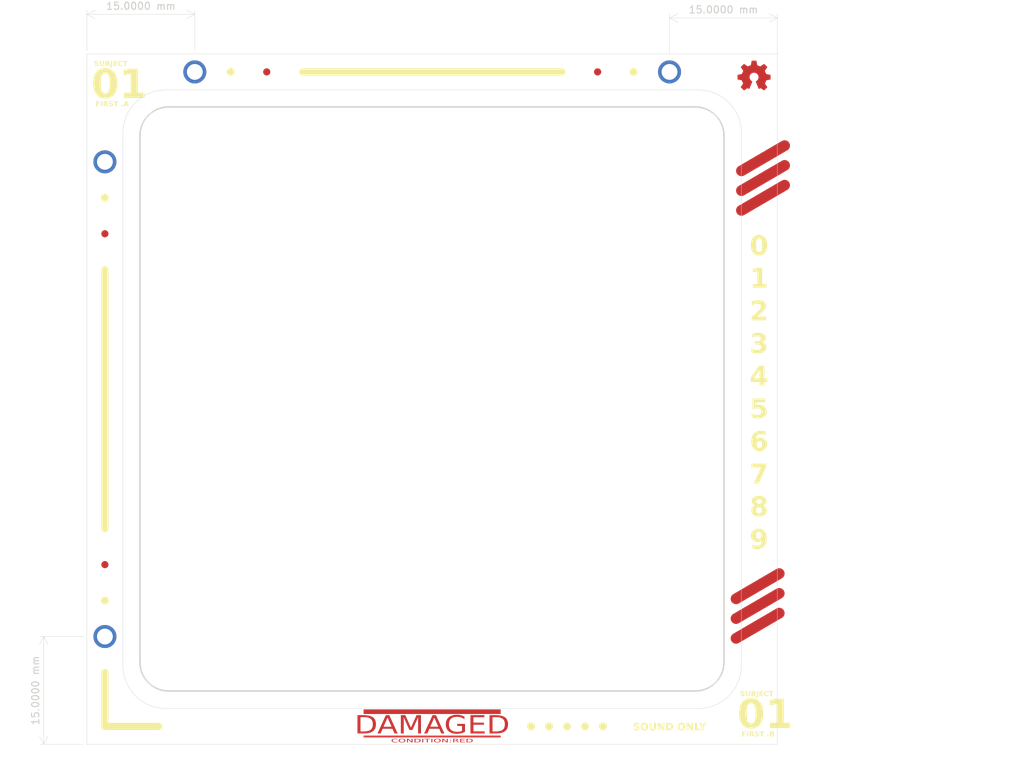
<source format=kicad_pcb>
(kicad_pcb (version 20221018) (generator pcbnew)
  (layers (0 "F.Cu" signal) (31 "B.Cu" signal) (34 "B.Paste" user) (35 "F.Paste" user) (36 "B.SilkS" user "B.Silkscreen") (37 "F.SilkS" user "F.Silkscreen") (38 "B.Mask" user) (39 "F.Mask" user) (44 "Edge.Cuts" user))
  (net 0 "")
  (footprint "Fiducial:Fiducial_1mm_Mask3mm" (layer "F.Cu") (at 39.5 52)
    (fp_text reference "REF**" hide)
    (fp_text value "Fiducial_1mm_Mask3mm" hide)
    (pad "" smd circle (at 0 0) (size 1 1) (layers "F.Cu" "F.Mask") (clearance 1))
  )
  (footprint "Fiducial:Fiducial_1mm_Mask3mm" (layer "F.Cu") (at 39.5 98)
    (fp_text reference "REF**" hide)
    (fp_text value "Fiducial_1mm_Mask3mm" hide)
    (pad "" smd circle (at 0 0) (size 1 1) (layers "F.Cu" "F.Mask") (clearance 1))
  )
  (footprint "custom_footprints:MountingHole_2.2mm_M2_DIN965_Pad" (layer "F.Cu") (at 52 29.5)
    (fp_text reference "REF**" hide)
    (fp_text value "MountingHole_2.2mm_M2_DIN965_Pad" hide)
    (pad "1" thru_hole circle (at 0 0) (size 3.2 3.2) (drill 2.2) (layers "*.Cu" "*.Mask"))
  )
  (footprint "Fiducial:Fiducial_1mm_Mask3mm" (layer "F.Cu") (at 62 29.5)
    (fp_text reference "REF**" hide)
    (fp_text value "Fiducial_1mm_Mask3mm" hide)
    (pad "" smd circle (at 0 0) (size 1 1) (layers "F.Cu" "F.Mask") (clearance 1))
  )
  (footprint "custom_footprints:MountingHole_2.2mm_M2_DIN965_Pad" (layer "F.Cu") (at 118 29.5)
    (fp_text reference "REF**" hide)
    (fp_text value "MountingHole_2.2mm_M2_DIN965_Pad" hide)
    (pad "1" thru_hole circle (at 0 0) (size 3.2 3.2) (drill 2.2) (layers "*.Cu" "*.Mask"))
  )
  (footprint "custom_footprints:MountingHole_2.2mm_M2_DIN965_Pad" (layer "F.Cu") (at 39.5 108)
    (fp_text reference "REF**" hide)
    (fp_text value "MountingHole_2.2mm_M2_DIN965_Pad" hide)
    (pad "1" thru_hole circle (at 0 0) (size 3.2 3.2) (drill 2.2) (layers "*.Cu" "*.Mask"))
  )
  (footprint "Symbol:OSHW-Logo2_7.3x6mm_Copper" (layer "F.Cu") (at 129.75 30.696686)
    (fp_text reference "REF**" hide)
    (fp_text value "OSHW-Logo2_7.3x6mm_Copper" hide)
    (fp_poly (pts (xy 0.10391 -2.757652) (xy 0.182454 -2.757222) (xy 0.239298 -2.756058) (xy 0.278105 -2.753793) (xy 0.302538 -2.75006) (xy 0.316262 -2.744494) (xy 0.32294 -2.736727) (xy 0.326236 -2.726395) (xy 0.326556 -2.725057) (xy 0.331562 -2.700921) (xy 0.340829 -2.653299) (xy 0.353392 -2.587259) (xy 0.368287 -2.507872) (xy 0.384551 -2.420204) (xy 0.385119 -2.417125) (xy 0.40141 -2.331211) (xy 0.416652 -2.255304) (xy 0.429861 -2.193955) (xy 0.440054 -2.151718) (xy 0.446248 -2.133145) (xy 0.446543 -2.132816) (xy 0.464788 -2.123747) (xy 0.502405 -2.108633) (xy 0.551271 -2.090738) (xy 0.551543 -2.090642) (xy 0.613093 -2.067507) (xy 0.685657 -2.038035) (xy 0.754057 -2.008403) (xy 0.757294 -2.006938) (xy 0.868702 -1.956374) (xy 1.115399 -2.12484) (xy 1.191077 -2.176197) (xy 1.259631 -2.222111) (xy 1.317088 -2.25997) (xy 1.359476 -2.287163) (xy 1.382825 -2.301079) (xy 1.385042 -2.302111) (xy 1.40201 -2.297516) (xy 1.433701 -2.275345) (xy 1.481352 -2.234553) (xy 1.546198 -2.174095) (xy 1.612397 -2.109773) (xy 1.676214 -2.046388) (xy 1.733329 -1.988549) (xy 1.780305 -1.939825) (xy 1.813703 -1.90379) (xy 1.830085 -1.884016) (xy 1.830694 -1.882998) (xy 1.832505 -1.869428) (xy 1.825683 -1.847267) (xy 1.80854 -1.813522) (xy 1.779393 -1.7652) (xy 1.736555 -1.699308) (xy 1.679448 -1.614483) (xy 1.628766 -1.539823) (xy 1.583461 -1.47286) (xy 1.54615 -1.417484) (xy 1.519452 -1.37758) (xy 1.505985 -1.357038) (xy 1.505137 -1.355644) (xy 1.506781 -1.335962) (xy 1.519245 -1.297707) (xy 1.540048 -1.248111) (xy 1.547462 -1.232272) (xy 1.579814 -1.16171) (xy 1.614328 -1.081647) (xy 1.642365 -1.012371) (xy 1.662568 -0.960955) (xy 1.678615 -0.921881) (xy 1.687888 -0.901459) (xy 1.689041 -0.899886) (xy 1.706096 -0.897279) (xy 1.746298 -0.890137) (xy 1.804302 -0.879477) (xy 1.874763 -0.866315) (xy 1.952335 -0.851667) (xy 2.031672 -0.836551) (xy 2.107431 -0.821982) (xy 2.174264 -0.808978) (xy 2.226828 -0.798555) (xy 2.259776 -0.79173) (xy 2.267857 -0.789801) (xy 2.276205 -0.785038) (xy 2.282506 -0.774282) (xy 2.287045 -0.753902) (xy 2.290104 -0.720266) (xy 2.291967 -0.669745) (xy 2.292918 -0.598708) (xy 2.29324 -0.503524) (xy 2.293257 -0.464508) (xy 2.293257 -0.147201) (xy 2.217057 -0.132161) (xy 2.174663 -0.124005) (xy 2.1114 -0.112101) (xy 2.034962 -0.097884) (xy 1.953043 -0.08279) (xy 1.9304 -0.078645) (xy 1.854806 -0.063947) (xy 1.788953 -0.049495) (xy 1.738366 -0.036625) (xy 1.708574 -0.026678) (xy 1.703612 -0.023713) (xy 1.691426 -0.002717) (xy 1.673953 0.037967) (xy 1.654577 0.090322) (xy 1.650734 0.1016) (xy 1.625339 0.171523) (xy 1.593817 0.250418) (xy 1.562969 0.321266) (xy 1.562817 0.321595) (xy 1.511447 0.432733) (xy 1.680399 0.681253) (xy 1.849352 0.929772) (xy 1.632429 1.147058) (xy 1.566819 1.211726) (xy 1.506979 1.268733) (xy 1.456267 1.315033) (xy 1.418046 1.347584) (xy 1.395675 1.363343) (xy 1.392466 1.364343) (xy 1.373626 1.356469) (xy 1.33518 1.334578) (xy 1.28133 1.301267) (xy 1.216276 1.259131) (xy 1.14594 1.211943) (xy 1.074555 1.16381) (xy 1.010908 1.121928) (xy 0.959041 1.088871) (xy 0.922995 1.067218) (xy 0.906867 1.059543) (xy 0.887189 1.066037) (xy 0.849875 1.08315) (xy 0.802621 1.107326) (xy 0.797612 1.110013) (xy 0.733977 1.141927) (xy 0.690341 1.157579) (xy 0.663202 1.157745) (xy 0.649057 1.143204) (xy 0.648975 1.143) (xy 0.641905 1.125779) (xy 0.625042 1.084899) (xy 0.599695 1.023525) (xy 0.567171 0.944819) (xy 0.528778 0.851947) (xy 0.485822 0.748072) (xy 0.444222 0.647502) (xy 0.398504 0.536516) (xy 0.356526 0.433703) (xy 0.319548 0.342215) (xy 0.288827 0.265201) (xy 0.265622 0.205815) (xy 0.25119 0.167209) (xy 0.246743 0.1528) (xy 0.257896 0.136272) (xy 0.287069 0.10993) (xy 0.325971 0.080887) (xy 0.436757 -0.010961) (xy 0.523351 -0.116241) (xy 0.584716 -0.232734) (xy 0.619815 -0.358224) (xy 0.627608 -0.490493) (xy 0.621943 -0.551543) (xy 0.591078 -0.678205) (xy 0.53792 -0.790059) (xy 0.465767 -0.885999) (xy 0.377917 -0.964924) (xy 0.277665 -1.02573) (xy 0.16831 -1.067313) (xy 0.053147 -1.088572) (xy -0.064525 -1.088401) (xy -0.18141 -1.065699) (xy -0.294211 -1.019362) (xy -0.399631 -0.948287) (xy -0.443632 -0.908089) (xy -0.528021 -0.804871) (xy -0.586778 -0.692075) (xy -0.620296 -0.57299) (xy -0.628965 -0.450905) (xy -0.613177 -0.329107) (xy -0.573322 -0.210884) (xy -0.509793 -0.099525) (xy -0.422979 0.001684) (xy -0.325971 0.080887) (xy -0.285563 0.111162) (xy -0.257018 0.137219) (xy -0.246743 0.152825) (xy -0.252123 0.169843) (xy -0.267425 0.2105) (xy -0.291388 0.271642) (xy -0.322756 0.350119) (xy -0.360268 0.44278) (xy -0.402667 0.546472) (xy -0.444337 0.647526) (xy -0.49031 0.758607) (xy -0.532893 0.861541) (xy -0.570779 0.953165) (xy -0.60266 1.030316) (xy -0.627229 1.089831) (xy -0.64318 1.128544) (xy -0.64909 1.143) (xy -0.663052 1.157685) (xy -0.69006 1.157642) (xy -0.733587 1.142099) (xy -0.79711 1.110284) (xy -0.797612 1.110013) (xy -0.84544 1.085323) (xy -0.884103 1.067338) (xy -0.905905 1.059614) (xy -0.906867 1.059543) (xy -0.923279 1.067378) (xy -0.959513 1.089165) (xy -1.011526 1.122328) (xy -1.075275 1.164291) (xy -1.14594 1.211943) (xy -1.217884 1.260191) (xy -1.282726 1.302151) (xy -1.336265 1.335227) (xy -1.374303 1.356821) (xy -1.392467 1.364343) (xy -1.409192 1.354457) (xy -1.44282 1.326826) (xy -1.48999 1.284495) (xy -1.547342 1.230505) (xy -1.611516 1.167899) (xy -1.632503 1.146983) (xy -1.849501 0.929623) (xy -1.684332 0.68722) (xy -1.634136 0.612781) (xy -1.590081 0.545972) (xy -1.554638 0.490665) (xy -1.530281 0.450729) (xy -1.519478 0.430036) (xy -1.519162 0.428563) (xy -1.524857 0.409058) (xy -1.540174 0.369822) (xy -1.562463 0.31743) (xy -1.578107 0.282355) (xy -1.607359 0.215201) (xy -1.634906 0.147358) (xy -1.656263 0.090034) (xy -1.662065 0.072572) (xy -1.678548 0.025938) (xy -1.69466 -0.010095) (xy -1.70351 -0.023713) (xy -1.72304 -0.032048) (xy -1.765666 -0.043863) (xy -1.825855 -0.057819) (xy -1.898078 -0.072578) (xy -1.9304 -0.078645) (xy -2.012478 -0.093727) (xy -2.091205 -0.108331) (xy -2.158891 -0.12102) (xy -2.20784 -0.130358) (xy -2.217057 -0.132161) (xy -2.293257 -0.147201) (xy -2.293257 -0.464508) (xy -2.293086 -0.568846) (xy -2.292384 -0.647787) (xy -2.290866 -0.704962) (xy -2.288251 -0.744001) (xy -2.284254 -0.768535) (xy -2.278591 -0.782195) (xy -2.27098 -0.788611) (xy -2.267857 -0.789801) (xy -2.249022 -0.79402) (xy -2.207412 -0.802438) (xy -2.14837 -0.814039) (xy -2.077243 -0.827805) (xy -1.999375 -0.84272) (xy -1.920113 -0.857768) (xy -1.844802 -0.871931) (xy -1.778787 -0.884194) (xy -1.727413 -0.893539) (xy -1.696025 -0.89895) (xy -1.689041 -0.899886) (xy -1.682715 -0.912404) (xy -1.66871 -0.945754) (xy -1.649645 -0.993623) (xy -1.642366 -1.012371) (xy -1.613004 -1.084805) (xy -1.578429 -1.16483) (xy -1.547463 -1.232272) (xy -1.524677 -1.283841) (xy -1.509518 -1.326215) (xy -1.504458 -1.352166) (xy -1.505264 -1.355644) (xy -1.515959 -1.372064) (xy -1.54038 -1.408583) (xy -1.575905 -1.461313) (xy -1.619913 -1.526365) (xy -1.669783 -1.599849) (xy -1.679644 -1.614355) (xy -1.737508 -1.700296) (xy -1.780044 -1.765739) (xy -1.808946 -1.813696) (xy -1.82591 -1.84718) (xy -1.832633 -1.869205) (xy -1.83081 -1.882783) (xy -1.830764 -1.882869) (xy -1.816414 -1.900703) (xy -1.784677 -1.935183) (xy -1.73899 -1.982732) (xy -1.682796 -2.039778) (xy -1.619532 -2.102745) (xy -1.612398 -2.109773) (xy -1.53267 -2.18698) (xy -1.471143 -2.24367) (xy -1.426579 -2.28089) (xy -1.397743 -2.299685) (xy -1.385042 -2.302111) (xy -1.366506 -2.291529) (xy -1.328039 -2.267084) (xy -1.273614 -2.231388) (xy -1.207202 -2.187053) (xy -1.132775 -2.136689) (xy -1.115399 -2.12484) (xy -0.868703 -1.956374) (xy -0.757294 -2.006938) (xy -0.689543 -2.036405) (xy -0.616817 -2.066041) (xy -0.554297 -2.08967) (xy -0.551543 -2.090642) (xy -0.50264 -2.108543) (xy -0.464943 -2.12368) (xy -0.446575 -2.13279) (xy -0.446544 -2.132816) (xy -0.440715 -2.149283) (xy -0.430808 -2.189781) (xy -0.417805 -2.249758) (xy -0.402691 -2.32466) (xy -0.386448 -2.409936) (xy -0.385119 -2.417125) (xy -0.368825 -2.504986) (xy -0.353867 -2.58474) (xy -0.341209 -2.651319) (xy -0.331814 -2.699653) (xy -0.326646 -2.724675) (xy -0.326556 -2.725057) (xy -0.323411 -2.735701) (xy -0.317296 -2.743738) (xy -0.304547 -2.749533) (xy -0.2815 -2.753453) (xy -0.244491 -2.755865) (xy -0.189856 -2.757135) (xy -0.113933 -2.757629) (xy -0.013056 -2.757714) (xy 0 -2.757714) (xy 0.10391 -2.757652)) (stroke (width 0.01)) (fill solid) (layer "F.Cu"))
  )
  (footprint "Fiducial:Fiducial_1mm_Mask3mm" (layer "F.Cu") (at 108 29.5)
    (fp_text reference "REF**" hide)
    (fp_text value "Fiducial_1mm_Mask3mm" hide)
    (pad "" smd circle (at 0 0) (size 1 1) (layers "F.Cu" "F.Mask") (clearance 1))
  )
  (footprint "custom_footprints:MountingHole_2.2mm_M2_DIN965_Pad" (layer "F.Cu") (at 39.5 42)
    (fp_text reference "REF**" hide)
    (fp_text value "MountingHole_2.2mm_M2_DIN965_Pad" hide)
    (pad "1" thru_hole circle (at 0 0) (size 3.2 3.2) (drill 2.2) (layers "*.Cu" "*.Mask"))
  )
  (gr_rect (start 75.5 118.15) (end 94.5 118.75) (stroke (width 0.05)) (fill solid) (layer "F.Cu"))
  (gr_line (start 128 43.25) (end 134 39.75) (stroke (width 1.5)) (layer "F.Cu"))
  (gr_line (start 127.25 108.25) (end 133.25 104.75) (stroke (width 1.5)) (layer "F.Cu"))
  (gr_line (start 128 46) (end 134 42.5) (stroke (width 1.5)) (layer "F.Cu"))
  (gr_line (start 128 48.75) (end 134 45.25) (stroke (width 1.5)) (layer "F.Cu"))
  (gr_line (start 127.25 102.75) (end 133.25 99.25) (stroke (width 1.5)) (layer "F.Cu"))
  (gr_line (start 127.25 105.5) (end 133.25 102) (stroke (width 1.5)) (layer "F.Cu"))
  (gr_rect (start 75.5 121.8) (end 94.5 122) (stroke (width 0.05)) (fill solid) (layer "F.Cu"))
  (gr_circle (center 103.75 120.5) (end 104.25 120.5) (stroke (width 0.1)) (fill solid) (layer "F.SilkS"))
  (gr_circle (center 39.5 47) (end 40 47) (stroke (width 0.1)) (fill solid) (layer "F.SilkS"))
  (gr_circle (center 113 29.5) (end 113.5 29.5) (stroke (width 0.1)) (fill solid) (layer "F.SilkS"))
  (gr_line (start 39.5 93) (end 39.499999 56.999999) (stroke (width 1)) (layer "F.SilkS"))
  (gr_circle (center 101.25 120.5) (end 101.75 120.5) (stroke (width 0.1)) (fill solid) (layer "F.SilkS"))
  (gr_line (start 67 29.5) (end 103 29.5) (stroke (width 1)) (layer "F.SilkS"))
  (gr_circle (center 106.25 120.5) (end 106.75 120.5) (stroke (width 0.1)) (fill solid) (layer "F.SilkS"))
  (gr_line (start 39.5 120.5) (end 47 120.5) (stroke (width 1)) (layer "F.SilkS"))
  (gr_line (start 39.5 120.5) (end 39.5 113) (stroke (width 1)) (layer "F.SilkS"))
  (gr_circle (center 39.5 103) (end 40 103) (stroke (width 0.1)) (fill solid) (layer "F.SilkS"))
  (gr_circle (center 98.75 120.5) (end 99.25 120.5) (stroke (width 0.1)) (fill solid) (layer "F.SilkS"))
  (gr_circle (center 108.75 120.5) (end 109.25 120.5) (stroke (width 0.1)) (fill solid) (layer "F.SilkS"))
  (gr_circle (center 57 29.5) (end 57.5 29.5) (stroke (width 0.1)) (fill solid) (layer "F.SilkS"))
  (gr_arc (start 44.371574 38.371574) (mid 45.543147 35.543147) (end 48.371574 34.371574) (stroke (width 0.2)) (layer "Edge.Cuts"))
  (gr_line (start 48 32) (end 121.999997 31.999997) (stroke (width 0.05)) (layer "Edge.Cuts"))
  (gr_line (start 48.371574 34.371574) (end 121.571573 34.371574) (stroke (width 0.2)) (layer "Edge.Cuts"))
  (gr_arc (start 48.371574 115.571573) (mid 45.543147 114.4) (end 44.371574 111.571573) (stroke (width 0.2)) (layer "Edge.Cuts"))
  (gr_line (start 44.371574 111.571573) (end 44.371574 38.371574) (stroke (width 0.2)) (layer "Edge.Cuts"))
  (gr_line (start 125.571573 38.371574) (end 125.571573 111.571573) (stroke (width 0.2)) (layer "Edge.Cuts"))
  (gr_arc (start 42 38) (mid 43.757359 33.757359) (end 48 32) (stroke (width 0.05)) (layer "Edge.Cuts"))
  (gr_arc (start 121.999997 31.999997) (mid 126.242641 33.757355) (end 127.999997 37.999997) (stroke (width 0.05)) (layer "Edge.Cuts"))
  (gr_line (start 37 123) (end 37 27) (stroke (width 0.05)) (layer "Edge.Cuts"))
  (gr_line (start 121.999999 117.999999) (end 48.000002 117.999999) (stroke (width 0.05)) (layer "Edge.Cuts"))
  (gr_line (start 42.000002 111.999999) (end 42 38) (stroke (width 0.05)) (layer "Edge.Cuts"))
  (gr_arc (start 125.571573 111.571573) (mid 124.4 114.4) (end 121.571573 115.571573) (stroke (width 0.2)) (layer "Edge.Cuts"))
  (gr_line (start 37 27) (end 133 27) (stroke (width 0.05)) (layer "Edge.Cuts"))
  (gr_arc (start 127.999999 111.999999) (mid 126.24264 116.24264) (end 121.999999 117.999999) (stroke (width 0.05)) (layer "Edge.Cuts"))
  (gr_line (start 121.571573 115.571573) (end 89.591573 115.571574) (stroke (width 0.2)) (layer "Edge.Cuts"))
  (gr_line (start 127.999997 37.999997) (end 127.999999 111.999999) (stroke (width 0.05)) (layer "Edge.Cuts"))
  (gr_arc (start 121.571573 34.371574) (mid 124.4 35.543147) (end 125.571573 38.371574) (stroke (width 0.2)) (layer "Edge.Cuts"))
  (gr_line (start 89.591573 115.571574) (end 48.371574 115.571573) (stroke (width 0.2)) (layer "Edge.Cuts"))
  (gr_line (start 133 27) (end 133 123) (stroke (width 0.05)) (layer "Edge.Cuts"))
  (gr_arc (start 48.000002 117.999999) (mid 43.75736 116.24264) (end 42.000002 111.999999) (stroke (width 0.05)) (layer "Edge.Cuts"))
  (gr_line (start 133 123) (end 37 123) (stroke (width 0.05)) (layer "Edge.Cuts"))
  (gr_text "CONDITION:RED" (at 85 122.8) (layer "F.Cu") (effects (font (size 0.5 1) (thickness 0.125)) (justify bottom)))
  (gr_text "DAMAGED" (at 85 121.9) (layer "F.Cu") (effects (font (size 2.5 3) (thickness 0.3)) (justify bottom)))
  (gr_text "SUBJECT" (at 127.8 116.4) (layer "F.SilkS") (effects (font (size 0.7 0.7) (thickness 0.125) bold) (justify left bottom)))
  (gr_text "FIRST .B" (at 128 122) (layer "F.SilkS") (effects (font (size 0.7 0.7) (thickness 0.125) bold) (justify left bottom)))
  (gr_text "SUBJECT" (at 38 28.8) (layer "F.SilkS") (effects (font (size 0.7 0.7) (thickness 0.125) bold) (justify left bottom)))
  (gr_text "FIRST .A" (at 38.2 34.4) (layer "F.SilkS") (effects (font (size 0.7 0.7) (thickness 0.125) bold) (justify left bottom)))
  (gr_text "SOUND ONLY" (at 118 121.2) (layer "F.SilkS") (effects (font (size 1 1) (thickness 0.2) bold) (justify bottom)))
  (gr_text "01" (at 37.6 33.8) (layer "F.SilkS") (effects (font (size 4 4) (thickness 0.2) bold) (justify left bottom)))
  (gr_text "0\n1\n2\n3\n4\n5\n6\n7\n8\n9" (at 130.45 96.25) (layer "F.SilkS") (effects (font (size 2.7 2.7) (thickness 0.2) bold) (justify bottom)))
  (gr_text "01" (at 127.4 121.4) (layer "F.SilkS") (effects (font (size 4 4) (thickness 0.2) bold) (justify left bottom)))
  (dimension (type aligned) (layer "Edge.Cuts") (pts (xy 118 27.5) (xy 133 27.5)) (height -5.5) (gr_text "15.0000 mm" (at 125.5 20.85) (layer "Edge.Cuts") (effects (font (size 1 1) (thickness 0.15)))) (format (prefix "") (suffix "") (units 3) (units_format 1) (precision 4)) (style (thickness 0.05) (arrow_length 1.27) (text_position_mode 0) (extension_height 0.58642) (extension_offset 0.5) keep_text_aligned))
  (dimension (type aligned) (layer "Edge.Cuts") (pts (xy 37 27) (xy 52 27)) (height -5.5) (gr_text "15.0000 mm" (at 44.5 20.35) (layer "Edge.Cuts") (effects (font (size 1 1) (thickness 0.15)))) (format (prefix "") (suffix "") (units 3) (units_format 1) (precision 4)) (style (thickness 0.05) (arrow_length 1.27) (text_position_mode 0) (extension_height 0.58642) (extension_offset 0.5) keep_text_aligned))
  (dimension (type aligned) (layer "Edge.Cuts") (pts (xy 37 123) (xy 37 108)) (height -6) (gr_text "15.0000 mm" (at 29.85 115.5 90) (layer "Edge.Cuts") (effects (font (size 1 1) (thickness 0.15)))) (format (prefix "") (suffix "") (units 3) (units_format 1) (precision 4)) (style (thickness 0.05) (arrow_length 1.27) (text_position_mode 0) (extension_height 0.58642) (extension_offset 0.5) keep_text_aligned))
)
</source>
